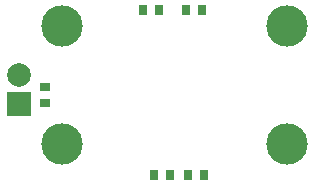
<source format=gbr>
%TF.GenerationSoftware,KiCad,Pcbnew,5.1.10*%
%TF.CreationDate,2021-07-28T16:13:43-07:00*%
%TF.ProjectId,exocam_charge_amp,65786f63-616d-45f6-9368-617267655f61,rev?*%
%TF.SameCoordinates,Original*%
%TF.FileFunction,Soldermask,Bot*%
%TF.FilePolarity,Negative*%
%FSLAX46Y46*%
G04 Gerber Fmt 4.6, Leading zero omitted, Abs format (unit mm)*
G04 Created by KiCad (PCBNEW 5.1.10) date 2021-07-28 16:13:43*
%MOMM*%
%LPD*%
G01*
G04 APERTURE LIST*
%ADD10R,0.725000X0.900000*%
%ADD11R,0.900000X0.725000*%
%ADD12C,2.000000*%
%ADD13R,2.000000X2.000000*%
%ADD14C,3.500000*%
G04 APERTURE END LIST*
D10*
%TO.C,R7*%
X59283600Y-57658000D03*
X57908600Y-57658000D03*
%TD*%
%TO.C,R5*%
X62970000Y-57734200D03*
X61595000Y-57734200D03*
%TD*%
D11*
%TO.C,R4*%
X49682400Y-65608200D03*
X49682400Y-64233200D03*
%TD*%
D10*
%TO.C,R2*%
X58864500Y-71691500D03*
X60239500Y-71691500D03*
%TD*%
%TO.C,R1*%
X61722000Y-71691500D03*
X63097000Y-71691500D03*
%TD*%
D12*
%TO.C,BZ1*%
X47472600Y-63195200D03*
D13*
X47472600Y-65695200D03*
%TD*%
D14*
%TO.C,H1*%
X70117500Y-69055000D03*
%TD*%
%TO.C,H4*%
X51117500Y-59055000D03*
%TD*%
%TO.C,H3*%
X51117500Y-69055000D03*
%TD*%
%TO.C,H2*%
X70117500Y-59055000D03*
%TD*%
M02*

</source>
